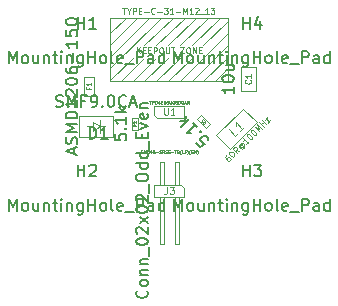
<source format=gbr>
G04 #@! TF.GenerationSoftware,KiCad,Pcbnew,(6.0.4)*
G04 #@! TF.CreationDate,2022-05-20T19:37:54+02:00*
G04 #@! TF.ProjectId,Unified-Daughterboard-rounded,556e6966-6965-4642-9d44-617567687465,C3*
G04 #@! TF.SameCoordinates,Original*
G04 #@! TF.FileFunction,AssemblyDrawing,Top*
%FSLAX46Y46*%
G04 Gerber Fmt 4.6, Leading zero omitted, Abs format (unit mm)*
G04 Created by KiCad (PCBNEW (6.0.4)) date 2022-05-20 19:37:54*
%MOMM*%
%LPD*%
G01*
G04 APERTURE LIST*
%ADD10C,0.150000*%
%ADD11C,0.063500*%
%ADD12C,0.100000*%
%ADD13C,0.080000*%
%ADD14C,0.060000*%
%ADD15C,0.125000*%
%ADD16C,0.040000*%
%ADD17C,0.090000*%
%ADD18C,0.050800*%
%ADD19C,0.120000*%
%ADD20C,0.050000*%
G04 APERTURE END LIST*
D10*
X61433071Y-74395380D02*
X61433071Y-73395380D01*
X61766404Y-74109666D01*
X62099738Y-73395380D01*
X62099738Y-74395380D01*
X62718785Y-74395380D02*
X62623547Y-74347761D01*
X62575928Y-74300142D01*
X62528309Y-74204904D01*
X62528309Y-73919190D01*
X62575928Y-73823952D01*
X62623547Y-73776333D01*
X62718785Y-73728714D01*
X62861642Y-73728714D01*
X62956880Y-73776333D01*
X63004499Y-73823952D01*
X63052119Y-73919190D01*
X63052119Y-74204904D01*
X63004499Y-74300142D01*
X62956880Y-74347761D01*
X62861642Y-74395380D01*
X62718785Y-74395380D01*
X63909261Y-73728714D02*
X63909261Y-74395380D01*
X63480690Y-73728714D02*
X63480690Y-74252523D01*
X63528309Y-74347761D01*
X63623547Y-74395380D01*
X63766404Y-74395380D01*
X63861642Y-74347761D01*
X63909261Y-74300142D01*
X64385452Y-73728714D02*
X64385452Y-74395380D01*
X64385452Y-73823952D02*
X64433071Y-73776333D01*
X64528309Y-73728714D01*
X64671166Y-73728714D01*
X64766404Y-73776333D01*
X64814023Y-73871571D01*
X64814023Y-74395380D01*
X65147357Y-73728714D02*
X65528309Y-73728714D01*
X65290214Y-73395380D02*
X65290214Y-74252523D01*
X65337833Y-74347761D01*
X65433071Y-74395380D01*
X65528309Y-74395380D01*
X65861642Y-74395380D02*
X65861642Y-73728714D01*
X65861642Y-73395380D02*
X65814023Y-73443000D01*
X65861642Y-73490619D01*
X65909261Y-73443000D01*
X65861642Y-73395380D01*
X65861642Y-73490619D01*
X66337833Y-73728714D02*
X66337833Y-74395380D01*
X66337833Y-73823952D02*
X66385452Y-73776333D01*
X66480690Y-73728714D01*
X66623547Y-73728714D01*
X66718785Y-73776333D01*
X66766404Y-73871571D01*
X66766404Y-74395380D01*
X67671166Y-73728714D02*
X67671166Y-74538238D01*
X67623547Y-74633476D01*
X67575928Y-74681095D01*
X67480690Y-74728714D01*
X67337833Y-74728714D01*
X67242595Y-74681095D01*
X67671166Y-74347761D02*
X67575928Y-74395380D01*
X67385452Y-74395380D01*
X67290214Y-74347761D01*
X67242595Y-74300142D01*
X67194976Y-74204904D01*
X67194976Y-73919190D01*
X67242595Y-73823952D01*
X67290214Y-73776333D01*
X67385452Y-73728714D01*
X67575928Y-73728714D01*
X67671166Y-73776333D01*
X68147357Y-74395380D02*
X68147357Y-73395380D01*
X68147357Y-73871571D02*
X68718785Y-73871571D01*
X68718785Y-74395380D02*
X68718785Y-73395380D01*
X69337833Y-74395380D02*
X69242595Y-74347761D01*
X69194976Y-74300142D01*
X69147357Y-74204904D01*
X69147357Y-73919190D01*
X69194976Y-73823952D01*
X69242595Y-73776333D01*
X69337833Y-73728714D01*
X69480690Y-73728714D01*
X69575928Y-73776333D01*
X69623547Y-73823952D01*
X69671166Y-73919190D01*
X69671166Y-74204904D01*
X69623547Y-74300142D01*
X69575928Y-74347761D01*
X69480690Y-74395380D01*
X69337833Y-74395380D01*
X70242595Y-74395380D02*
X70147357Y-74347761D01*
X70099738Y-74252523D01*
X70099738Y-73395380D01*
X71004500Y-74347761D02*
X70909261Y-74395380D01*
X70718785Y-74395380D01*
X70623547Y-74347761D01*
X70575928Y-74252523D01*
X70575928Y-73871571D01*
X70623547Y-73776333D01*
X70718785Y-73728714D01*
X70909261Y-73728714D01*
X71004500Y-73776333D01*
X71052119Y-73871571D01*
X71052119Y-73966809D01*
X70575928Y-74062047D01*
X71242595Y-74490619D02*
X72004500Y-74490619D01*
X72242595Y-74395380D02*
X72242595Y-73395380D01*
X72623547Y-73395380D01*
X72718785Y-73443000D01*
X72766404Y-73490619D01*
X72814023Y-73585857D01*
X72814023Y-73728714D01*
X72766404Y-73823952D01*
X72718785Y-73871571D01*
X72623547Y-73919190D01*
X72242595Y-73919190D01*
X73671166Y-74395380D02*
X73671166Y-73871571D01*
X73623547Y-73776333D01*
X73528309Y-73728714D01*
X73337833Y-73728714D01*
X73242595Y-73776333D01*
X73671166Y-74347761D02*
X73575928Y-74395380D01*
X73337833Y-74395380D01*
X73242595Y-74347761D01*
X73194976Y-74252523D01*
X73194976Y-74157285D01*
X73242595Y-74062047D01*
X73337833Y-74014428D01*
X73575928Y-74014428D01*
X73671166Y-73966809D01*
X74575928Y-74395380D02*
X74575928Y-73395380D01*
X74575928Y-74347761D02*
X74480690Y-74395380D01*
X74290214Y-74395380D01*
X74194976Y-74347761D01*
X74147357Y-74300142D01*
X74099738Y-74204904D01*
X74099738Y-73919190D01*
X74147357Y-73823952D01*
X74194976Y-73776333D01*
X74290214Y-73728714D01*
X74480690Y-73728714D01*
X74575928Y-73776333D01*
X67242595Y-71495380D02*
X67242595Y-70495380D01*
X67242595Y-70971571D02*
X67814023Y-70971571D01*
X67814023Y-71495380D02*
X67814023Y-70495380D01*
X68242595Y-70590619D02*
X68290214Y-70543000D01*
X68385452Y-70495380D01*
X68623547Y-70495380D01*
X68718785Y-70543000D01*
X68766404Y-70590619D01*
X68814023Y-70685857D01*
X68814023Y-70781095D01*
X68766404Y-70923952D01*
X68194976Y-71495380D01*
X68814023Y-71495380D01*
D11*
X73327309Y-65084904D02*
X73472452Y-65084904D01*
X73399880Y-65338904D02*
X73399880Y-65084904D01*
X73557119Y-65338904D02*
X73557119Y-65084904D01*
X73653880Y-65084904D01*
X73678071Y-65097000D01*
X73690166Y-65109095D01*
X73702261Y-65133285D01*
X73702261Y-65169571D01*
X73690166Y-65193761D01*
X73678071Y-65205857D01*
X73653880Y-65217952D01*
X73557119Y-65217952D01*
X73811119Y-65338904D02*
X73811119Y-65084904D01*
X73871595Y-65084904D01*
X73907880Y-65097000D01*
X73932071Y-65121190D01*
X73944166Y-65145380D01*
X73956261Y-65193761D01*
X73956261Y-65230047D01*
X73944166Y-65278428D01*
X73932071Y-65302619D01*
X73907880Y-65326809D01*
X73871595Y-65338904D01*
X73811119Y-65338904D01*
X74173976Y-65169571D02*
X74173976Y-65338904D01*
X74113500Y-65072809D02*
X74053023Y-65254238D01*
X74210261Y-65254238D01*
X74307023Y-65205857D02*
X74391690Y-65205857D01*
X74427976Y-65338904D02*
X74307023Y-65338904D01*
X74307023Y-65084904D01*
X74427976Y-65084904D01*
X74585214Y-65084904D02*
X74609404Y-65084904D01*
X74633595Y-65097000D01*
X74645690Y-65109095D01*
X74657785Y-65133285D01*
X74669880Y-65181666D01*
X74669880Y-65242142D01*
X74657785Y-65290523D01*
X74645690Y-65314714D01*
X74633595Y-65326809D01*
X74609404Y-65338904D01*
X74585214Y-65338904D01*
X74561023Y-65326809D01*
X74548928Y-65314714D01*
X74536833Y-65290523D01*
X74524738Y-65242142D01*
X74524738Y-65181666D01*
X74536833Y-65133285D01*
X74548928Y-65109095D01*
X74561023Y-65097000D01*
X74585214Y-65084904D01*
X74899690Y-65084904D02*
X74778738Y-65084904D01*
X74766642Y-65205857D01*
X74778738Y-65193761D01*
X74802928Y-65181666D01*
X74863404Y-65181666D01*
X74887595Y-65193761D01*
X74899690Y-65205857D01*
X74911785Y-65230047D01*
X74911785Y-65290523D01*
X74899690Y-65314714D01*
X74887595Y-65326809D01*
X74863404Y-65338904D01*
X74802928Y-65338904D01*
X74778738Y-65326809D01*
X74766642Y-65314714D01*
X75020642Y-65084904D02*
X75020642Y-65290523D01*
X75032738Y-65314714D01*
X75044833Y-65326809D01*
X75069023Y-65338904D01*
X75117404Y-65338904D01*
X75141595Y-65326809D01*
X75153690Y-65314714D01*
X75165785Y-65290523D01*
X75165785Y-65084904D01*
X75335119Y-65084904D02*
X75359309Y-65084904D01*
X75383500Y-65097000D01*
X75395595Y-65109095D01*
X75407690Y-65133285D01*
X75419785Y-65181666D01*
X75419785Y-65242142D01*
X75407690Y-65290523D01*
X75395595Y-65314714D01*
X75383500Y-65326809D01*
X75359309Y-65338904D01*
X75335119Y-65338904D01*
X75310928Y-65326809D01*
X75298833Y-65314714D01*
X75286738Y-65290523D01*
X75274642Y-65242142D01*
X75274642Y-65181666D01*
X75286738Y-65133285D01*
X75298833Y-65109095D01*
X75310928Y-65097000D01*
X75335119Y-65084904D01*
X75637500Y-65084904D02*
X75589119Y-65084904D01*
X75564928Y-65097000D01*
X75552833Y-65109095D01*
X75528642Y-65145380D01*
X75516547Y-65193761D01*
X75516547Y-65290523D01*
X75528642Y-65314714D01*
X75540738Y-65326809D01*
X75564928Y-65338904D01*
X75613309Y-65338904D01*
X75637500Y-65326809D01*
X75649595Y-65314714D01*
X75661690Y-65290523D01*
X75661690Y-65230047D01*
X75649595Y-65205857D01*
X75637500Y-65193761D01*
X75613309Y-65181666D01*
X75564928Y-65181666D01*
X75540738Y-65193761D01*
X75528642Y-65205857D01*
X75516547Y-65230047D01*
X75770547Y-65338904D02*
X75770547Y-65084904D01*
X75831023Y-65084904D01*
X75867309Y-65097000D01*
X75891500Y-65121190D01*
X75903595Y-65145380D01*
X75915690Y-65193761D01*
X75915690Y-65230047D01*
X75903595Y-65278428D01*
X75891500Y-65302619D01*
X75867309Y-65326809D01*
X75831023Y-65338904D01*
X75770547Y-65338904D01*
X76193880Y-65363095D02*
X76169690Y-65351000D01*
X76145500Y-65326809D01*
X76109214Y-65290523D01*
X76085023Y-65278428D01*
X76060833Y-65278428D01*
X76072928Y-65338904D02*
X76048738Y-65326809D01*
X76024547Y-65302619D01*
X76012452Y-65254238D01*
X76012452Y-65169571D01*
X76024547Y-65121190D01*
X76048738Y-65097000D01*
X76072928Y-65084904D01*
X76121309Y-65084904D01*
X76145500Y-65097000D01*
X76169690Y-65121190D01*
X76181785Y-65169571D01*
X76181785Y-65254238D01*
X76169690Y-65302619D01*
X76145500Y-65326809D01*
X76121309Y-65338904D01*
X76072928Y-65338904D01*
X76278547Y-65266333D02*
X76399500Y-65266333D01*
X76254357Y-65338904D02*
X76339023Y-65084904D01*
X76423690Y-65338904D01*
X76653500Y-65338904D02*
X76568833Y-65217952D01*
X76508357Y-65338904D02*
X76508357Y-65084904D01*
X76605119Y-65084904D01*
X76629309Y-65097000D01*
X76641404Y-65109095D01*
X76653500Y-65133285D01*
X76653500Y-65169571D01*
X76641404Y-65193761D01*
X76629309Y-65205857D01*
X76605119Y-65217952D01*
X76508357Y-65217952D01*
D12*
X74583452Y-65725209D02*
X74583452Y-66170447D01*
X74609642Y-66222828D01*
X74635833Y-66249019D01*
X74688214Y-66275209D01*
X74792976Y-66275209D01*
X74845357Y-66249019D01*
X74871547Y-66222828D01*
X74897738Y-66170447D01*
X74897738Y-65725209D01*
X75447738Y-66275209D02*
X75133452Y-66275209D01*
X75290595Y-66275209D02*
X75290595Y-65725209D01*
X75238214Y-65803780D01*
X75185833Y-65856161D01*
X75133452Y-65882352D01*
D10*
X75433071Y-74395380D02*
X75433071Y-73395380D01*
X75766404Y-74109666D01*
X76099738Y-73395380D01*
X76099738Y-74395380D01*
X76718785Y-74395380D02*
X76623547Y-74347761D01*
X76575928Y-74300142D01*
X76528309Y-74204904D01*
X76528309Y-73919190D01*
X76575928Y-73823952D01*
X76623547Y-73776333D01*
X76718785Y-73728714D01*
X76861642Y-73728714D01*
X76956880Y-73776333D01*
X77004500Y-73823952D01*
X77052119Y-73919190D01*
X77052119Y-74204904D01*
X77004500Y-74300142D01*
X76956880Y-74347761D01*
X76861642Y-74395380D01*
X76718785Y-74395380D01*
X77909261Y-73728714D02*
X77909261Y-74395380D01*
X77480690Y-73728714D02*
X77480690Y-74252523D01*
X77528309Y-74347761D01*
X77623547Y-74395380D01*
X77766404Y-74395380D01*
X77861642Y-74347761D01*
X77909261Y-74300142D01*
X78385452Y-73728714D02*
X78385452Y-74395380D01*
X78385452Y-73823952D02*
X78433071Y-73776333D01*
X78528309Y-73728714D01*
X78671166Y-73728714D01*
X78766404Y-73776333D01*
X78814023Y-73871571D01*
X78814023Y-74395380D01*
X79147357Y-73728714D02*
X79528309Y-73728714D01*
X79290214Y-73395380D02*
X79290214Y-74252523D01*
X79337833Y-74347761D01*
X79433071Y-74395380D01*
X79528309Y-74395380D01*
X79861642Y-74395380D02*
X79861642Y-73728714D01*
X79861642Y-73395380D02*
X79814023Y-73443000D01*
X79861642Y-73490619D01*
X79909261Y-73443000D01*
X79861642Y-73395380D01*
X79861642Y-73490619D01*
X80337833Y-73728714D02*
X80337833Y-74395380D01*
X80337833Y-73823952D02*
X80385452Y-73776333D01*
X80480690Y-73728714D01*
X80623547Y-73728714D01*
X80718785Y-73776333D01*
X80766404Y-73871571D01*
X80766404Y-74395380D01*
X81671166Y-73728714D02*
X81671166Y-74538238D01*
X81623547Y-74633476D01*
X81575928Y-74681095D01*
X81480690Y-74728714D01*
X81337833Y-74728714D01*
X81242595Y-74681095D01*
X81671166Y-74347761D02*
X81575928Y-74395380D01*
X81385452Y-74395380D01*
X81290214Y-74347761D01*
X81242595Y-74300142D01*
X81194976Y-74204904D01*
X81194976Y-73919190D01*
X81242595Y-73823952D01*
X81290214Y-73776333D01*
X81385452Y-73728714D01*
X81575928Y-73728714D01*
X81671166Y-73776333D01*
X82147357Y-74395380D02*
X82147357Y-73395380D01*
X82147357Y-73871571D02*
X82718785Y-73871571D01*
X82718785Y-74395380D02*
X82718785Y-73395380D01*
X83337833Y-74395380D02*
X83242595Y-74347761D01*
X83194976Y-74300142D01*
X83147357Y-74204904D01*
X83147357Y-73919190D01*
X83194976Y-73823952D01*
X83242595Y-73776333D01*
X83337833Y-73728714D01*
X83480690Y-73728714D01*
X83575928Y-73776333D01*
X83623547Y-73823952D01*
X83671166Y-73919190D01*
X83671166Y-74204904D01*
X83623547Y-74300142D01*
X83575928Y-74347761D01*
X83480690Y-74395380D01*
X83337833Y-74395380D01*
X84242595Y-74395380D02*
X84147357Y-74347761D01*
X84099738Y-74252523D01*
X84099738Y-73395380D01*
X85004500Y-74347761D02*
X84909261Y-74395380D01*
X84718785Y-74395380D01*
X84623547Y-74347761D01*
X84575928Y-74252523D01*
X84575928Y-73871571D01*
X84623547Y-73776333D01*
X84718785Y-73728714D01*
X84909261Y-73728714D01*
X85004500Y-73776333D01*
X85052119Y-73871571D01*
X85052119Y-73966809D01*
X84575928Y-74062047D01*
X85242595Y-74490619D02*
X86004500Y-74490619D01*
X86242595Y-74395380D02*
X86242595Y-73395380D01*
X86623547Y-73395380D01*
X86718785Y-73443000D01*
X86766404Y-73490619D01*
X86814023Y-73585857D01*
X86814023Y-73728714D01*
X86766404Y-73823952D01*
X86718785Y-73871571D01*
X86623547Y-73919190D01*
X86242595Y-73919190D01*
X87671166Y-74395380D02*
X87671166Y-73871571D01*
X87623547Y-73776333D01*
X87528309Y-73728714D01*
X87337833Y-73728714D01*
X87242595Y-73776333D01*
X87671166Y-74347761D02*
X87575928Y-74395380D01*
X87337833Y-74395380D01*
X87242595Y-74347761D01*
X87194976Y-74252523D01*
X87194976Y-74157285D01*
X87242595Y-74062047D01*
X87337833Y-74014428D01*
X87575928Y-74014428D01*
X87671166Y-73966809D01*
X88575928Y-74395380D02*
X88575928Y-73395380D01*
X88575928Y-74347761D02*
X88480690Y-74395380D01*
X88290214Y-74395380D01*
X88194976Y-74347761D01*
X88147357Y-74300142D01*
X88099738Y-74204904D01*
X88099738Y-73919190D01*
X88147357Y-73823952D01*
X88194976Y-73776333D01*
X88290214Y-73728714D01*
X88480690Y-73728714D01*
X88575928Y-73776333D01*
X81242595Y-71495380D02*
X81242595Y-70495380D01*
X81242595Y-70971571D02*
X81814023Y-70971571D01*
X81814023Y-71495380D02*
X81814023Y-70495380D01*
X82194976Y-70495380D02*
X82814023Y-70495380D01*
X82480690Y-70876333D01*
X82623547Y-70876333D01*
X82718785Y-70923952D01*
X82766404Y-70971571D01*
X82814023Y-71066809D01*
X82814023Y-71304904D01*
X82766404Y-71400142D01*
X82718785Y-71447761D01*
X82623547Y-71495380D01*
X82337833Y-71495380D01*
X82242595Y-71447761D01*
X82194976Y-71400142D01*
X80474880Y-63885857D02*
X80474880Y-64457285D01*
X80474880Y-64171571D02*
X79474880Y-64171571D01*
X79617738Y-64266809D01*
X79712976Y-64362047D01*
X79760595Y-64457285D01*
X79474880Y-63266809D02*
X79474880Y-63171571D01*
X79522500Y-63076333D01*
X79570119Y-63028714D01*
X79665357Y-62981095D01*
X79855833Y-62933476D01*
X80093928Y-62933476D01*
X80284404Y-62981095D01*
X80379642Y-63028714D01*
X80427261Y-63076333D01*
X80474880Y-63171571D01*
X80474880Y-63266809D01*
X80427261Y-63362047D01*
X80379642Y-63409666D01*
X80284404Y-63457285D01*
X80093928Y-63504904D01*
X79855833Y-63504904D01*
X79665357Y-63457285D01*
X79570119Y-63409666D01*
X79522500Y-63362047D01*
X79474880Y-63266809D01*
X79808214Y-62076333D02*
X80474880Y-62076333D01*
X79808214Y-62504904D02*
X80332023Y-62504904D01*
X80427261Y-62457285D01*
X80474880Y-62362047D01*
X80474880Y-62219190D01*
X80427261Y-62123952D01*
X80379642Y-62076333D01*
D13*
X81881071Y-63326333D02*
X81904880Y-63350142D01*
X81928690Y-63421571D01*
X81928690Y-63469190D01*
X81904880Y-63540619D01*
X81857261Y-63588238D01*
X81809642Y-63612047D01*
X81714404Y-63635857D01*
X81642976Y-63635857D01*
X81547738Y-63612047D01*
X81500119Y-63588238D01*
X81452500Y-63540619D01*
X81428690Y-63469190D01*
X81428690Y-63421571D01*
X81452500Y-63350142D01*
X81476309Y-63326333D01*
X81928690Y-62850142D02*
X81928690Y-63135857D01*
X81928690Y-62993000D02*
X81428690Y-62993000D01*
X81500119Y-63040619D01*
X81547738Y-63088238D01*
X81571547Y-63135857D01*
D10*
X61433071Y-61895380D02*
X61433071Y-60895380D01*
X61766404Y-61609666D01*
X62099738Y-60895380D01*
X62099738Y-61895380D01*
X62718785Y-61895380D02*
X62623547Y-61847761D01*
X62575928Y-61800142D01*
X62528309Y-61704904D01*
X62528309Y-61419190D01*
X62575928Y-61323952D01*
X62623547Y-61276333D01*
X62718785Y-61228714D01*
X62861642Y-61228714D01*
X62956880Y-61276333D01*
X63004499Y-61323952D01*
X63052119Y-61419190D01*
X63052119Y-61704904D01*
X63004499Y-61800142D01*
X62956880Y-61847761D01*
X62861642Y-61895380D01*
X62718785Y-61895380D01*
X63909261Y-61228714D02*
X63909261Y-61895380D01*
X63480690Y-61228714D02*
X63480690Y-61752523D01*
X63528309Y-61847761D01*
X63623547Y-61895380D01*
X63766404Y-61895380D01*
X63861642Y-61847761D01*
X63909261Y-61800142D01*
X64385452Y-61228714D02*
X64385452Y-61895380D01*
X64385452Y-61323952D02*
X64433071Y-61276333D01*
X64528309Y-61228714D01*
X64671166Y-61228714D01*
X64766404Y-61276333D01*
X64814023Y-61371571D01*
X64814023Y-61895380D01*
X65147357Y-61228714D02*
X65528309Y-61228714D01*
X65290214Y-60895380D02*
X65290214Y-61752523D01*
X65337833Y-61847761D01*
X65433071Y-61895380D01*
X65528309Y-61895380D01*
X65861642Y-61895380D02*
X65861642Y-61228714D01*
X65861642Y-60895380D02*
X65814023Y-60943000D01*
X65861642Y-60990619D01*
X65909261Y-60943000D01*
X65861642Y-60895380D01*
X65861642Y-60990619D01*
X66337833Y-61228714D02*
X66337833Y-61895380D01*
X66337833Y-61323952D02*
X66385452Y-61276333D01*
X66480690Y-61228714D01*
X66623547Y-61228714D01*
X66718785Y-61276333D01*
X66766404Y-61371571D01*
X66766404Y-61895380D01*
X67671166Y-61228714D02*
X67671166Y-62038238D01*
X67623547Y-62133476D01*
X67575928Y-62181095D01*
X67480690Y-62228714D01*
X67337833Y-62228714D01*
X67242595Y-62181095D01*
X67671166Y-61847761D02*
X67575928Y-61895380D01*
X67385452Y-61895380D01*
X67290214Y-61847761D01*
X67242595Y-61800142D01*
X67194976Y-61704904D01*
X67194976Y-61419190D01*
X67242595Y-61323952D01*
X67290214Y-61276333D01*
X67385452Y-61228714D01*
X67575928Y-61228714D01*
X67671166Y-61276333D01*
X68147357Y-61895380D02*
X68147357Y-60895380D01*
X68147357Y-61371571D02*
X68718785Y-61371571D01*
X68718785Y-61895380D02*
X68718785Y-60895380D01*
X69337833Y-61895380D02*
X69242595Y-61847761D01*
X69194976Y-61800142D01*
X69147357Y-61704904D01*
X69147357Y-61419190D01*
X69194976Y-61323952D01*
X69242595Y-61276333D01*
X69337833Y-61228714D01*
X69480690Y-61228714D01*
X69575928Y-61276333D01*
X69623547Y-61323952D01*
X69671166Y-61419190D01*
X69671166Y-61704904D01*
X69623547Y-61800142D01*
X69575928Y-61847761D01*
X69480690Y-61895380D01*
X69337833Y-61895380D01*
X70242595Y-61895380D02*
X70147357Y-61847761D01*
X70099738Y-61752523D01*
X70099738Y-60895380D01*
X71004500Y-61847761D02*
X70909261Y-61895380D01*
X70718785Y-61895380D01*
X70623547Y-61847761D01*
X70575928Y-61752523D01*
X70575928Y-61371571D01*
X70623547Y-61276333D01*
X70718785Y-61228714D01*
X70909261Y-61228714D01*
X71004500Y-61276333D01*
X71052119Y-61371571D01*
X71052119Y-61466809D01*
X70575928Y-61562047D01*
X71242595Y-61990619D02*
X72004500Y-61990619D01*
X72242595Y-61895380D02*
X72242595Y-60895380D01*
X72623547Y-60895380D01*
X72718785Y-60943000D01*
X72766404Y-60990619D01*
X72814023Y-61085857D01*
X72814023Y-61228714D01*
X72766404Y-61323952D01*
X72718785Y-61371571D01*
X72623547Y-61419190D01*
X72242595Y-61419190D01*
X73671166Y-61895380D02*
X73671166Y-61371571D01*
X73623547Y-61276333D01*
X73528309Y-61228714D01*
X73337833Y-61228714D01*
X73242595Y-61276333D01*
X73671166Y-61847761D02*
X73575928Y-61895380D01*
X73337833Y-61895380D01*
X73242595Y-61847761D01*
X73194976Y-61752523D01*
X73194976Y-61657285D01*
X73242595Y-61562047D01*
X73337833Y-61514428D01*
X73575928Y-61514428D01*
X73671166Y-61466809D01*
X74575928Y-61895380D02*
X74575928Y-60895380D01*
X74575928Y-61847761D02*
X74480690Y-61895380D01*
X74290214Y-61895380D01*
X74194976Y-61847761D01*
X74147357Y-61800142D01*
X74099738Y-61704904D01*
X74099738Y-61419190D01*
X74147357Y-61323952D01*
X74194976Y-61276333D01*
X74290214Y-61228714D01*
X74480690Y-61228714D01*
X74575928Y-61276333D01*
X67242595Y-58995380D02*
X67242595Y-57995380D01*
X67242595Y-58471571D02*
X67814023Y-58471571D01*
X67814023Y-58995380D02*
X67814023Y-57995380D01*
X68814023Y-58995380D02*
X68242595Y-58995380D01*
X68528309Y-58995380D02*
X68528309Y-57995380D01*
X68433071Y-58138238D01*
X68337833Y-58233476D01*
X68242595Y-58281095D01*
X75433071Y-61895380D02*
X75433071Y-60895380D01*
X75766404Y-61609666D01*
X76099738Y-60895380D01*
X76099738Y-61895380D01*
X76718785Y-61895380D02*
X76623547Y-61847761D01*
X76575928Y-61800142D01*
X76528309Y-61704904D01*
X76528309Y-61419190D01*
X76575928Y-61323952D01*
X76623547Y-61276333D01*
X76718785Y-61228714D01*
X76861642Y-61228714D01*
X76956880Y-61276333D01*
X77004500Y-61323952D01*
X77052119Y-61419190D01*
X77052119Y-61704904D01*
X77004500Y-61800142D01*
X76956880Y-61847761D01*
X76861642Y-61895380D01*
X76718785Y-61895380D01*
X77909261Y-61228714D02*
X77909261Y-61895380D01*
X77480690Y-61228714D02*
X77480690Y-61752523D01*
X77528309Y-61847761D01*
X77623547Y-61895380D01*
X77766404Y-61895380D01*
X77861642Y-61847761D01*
X77909261Y-61800142D01*
X78385452Y-61228714D02*
X78385452Y-61895380D01*
X78385452Y-61323952D02*
X78433071Y-61276333D01*
X78528309Y-61228714D01*
X78671166Y-61228714D01*
X78766404Y-61276333D01*
X78814023Y-61371571D01*
X78814023Y-61895380D01*
X79147357Y-61228714D02*
X79528309Y-61228714D01*
X79290214Y-60895380D02*
X79290214Y-61752523D01*
X79337833Y-61847761D01*
X79433071Y-61895380D01*
X79528309Y-61895380D01*
X79861642Y-61895380D02*
X79861642Y-61228714D01*
X79861642Y-60895380D02*
X79814023Y-60943000D01*
X79861642Y-60990619D01*
X79909261Y-60943000D01*
X79861642Y-60895380D01*
X79861642Y-60990619D01*
X80337833Y-61228714D02*
X80337833Y-61895380D01*
X80337833Y-61323952D02*
X80385452Y-61276333D01*
X80480690Y-61228714D01*
X80623547Y-61228714D01*
X80718785Y-61276333D01*
X80766404Y-61371571D01*
X80766404Y-61895380D01*
X81671166Y-61228714D02*
X81671166Y-62038238D01*
X81623547Y-62133476D01*
X81575928Y-62181095D01*
X81480690Y-62228714D01*
X81337833Y-62228714D01*
X81242595Y-62181095D01*
X81671166Y-61847761D02*
X81575928Y-61895380D01*
X81385452Y-61895380D01*
X81290214Y-61847761D01*
X81242595Y-61800142D01*
X81194976Y-61704904D01*
X81194976Y-61419190D01*
X81242595Y-61323952D01*
X81290214Y-61276333D01*
X81385452Y-61228714D01*
X81575928Y-61228714D01*
X81671166Y-61276333D01*
X82147357Y-61895380D02*
X82147357Y-60895380D01*
X82147357Y-61371571D02*
X82718785Y-61371571D01*
X82718785Y-61895380D02*
X82718785Y-60895380D01*
X83337833Y-61895380D02*
X83242595Y-61847761D01*
X83194976Y-61800142D01*
X83147357Y-61704904D01*
X83147357Y-61419190D01*
X83194976Y-61323952D01*
X83242595Y-61276333D01*
X83337833Y-61228714D01*
X83480690Y-61228714D01*
X83575928Y-61276333D01*
X83623547Y-61323952D01*
X83671166Y-61419190D01*
X83671166Y-61704904D01*
X83623547Y-61800142D01*
X83575928Y-61847761D01*
X83480690Y-61895380D01*
X83337833Y-61895380D01*
X84242595Y-61895380D02*
X84147357Y-61847761D01*
X84099738Y-61752523D01*
X84099738Y-60895380D01*
X85004500Y-61847761D02*
X84909261Y-61895380D01*
X84718785Y-61895380D01*
X84623547Y-61847761D01*
X84575928Y-61752523D01*
X84575928Y-61371571D01*
X84623547Y-61276333D01*
X84718785Y-61228714D01*
X84909261Y-61228714D01*
X85004500Y-61276333D01*
X85052119Y-61371571D01*
X85052119Y-61466809D01*
X84575928Y-61562047D01*
X85242595Y-61990619D02*
X86004500Y-61990619D01*
X86242595Y-61895380D02*
X86242595Y-60895380D01*
X86623547Y-60895380D01*
X86718785Y-60943000D01*
X86766404Y-60990619D01*
X86814023Y-61085857D01*
X86814023Y-61228714D01*
X86766404Y-61323952D01*
X86718785Y-61371571D01*
X86623547Y-61419190D01*
X86242595Y-61419190D01*
X87671166Y-61895380D02*
X87671166Y-61371571D01*
X87623547Y-61276333D01*
X87528309Y-61228714D01*
X87337833Y-61228714D01*
X87242595Y-61276333D01*
X87671166Y-61847761D02*
X87575928Y-61895380D01*
X87337833Y-61895380D01*
X87242595Y-61847761D01*
X87194976Y-61752523D01*
X87194976Y-61657285D01*
X87242595Y-61562047D01*
X87337833Y-61514428D01*
X87575928Y-61514428D01*
X87671166Y-61466809D01*
X88575928Y-61895380D02*
X88575928Y-60895380D01*
X88575928Y-61847761D02*
X88480690Y-61895380D01*
X88290214Y-61895380D01*
X88194976Y-61847761D01*
X88147357Y-61800142D01*
X88099738Y-61704904D01*
X88099738Y-61419190D01*
X88147357Y-61323952D01*
X88194976Y-61276333D01*
X88290214Y-61228714D01*
X88480690Y-61228714D01*
X88575928Y-61276333D01*
X81242595Y-58995380D02*
X81242595Y-57995380D01*
X81242595Y-58471571D02*
X81814023Y-58471571D01*
X81814023Y-58995380D02*
X81814023Y-57995380D01*
X82718785Y-58328714D02*
X82718785Y-58995380D01*
X82480690Y-57947761D02*
X82242595Y-58662047D01*
X82861642Y-58662047D01*
X66939166Y-69581095D02*
X66939166Y-69104904D01*
X67224880Y-69676333D02*
X66224880Y-69343000D01*
X67224880Y-69009666D01*
X67177261Y-68723952D02*
X67224880Y-68581095D01*
X67224880Y-68343000D01*
X67177261Y-68247761D01*
X67129642Y-68200142D01*
X67034404Y-68152523D01*
X66939166Y-68152523D01*
X66843928Y-68200142D01*
X66796309Y-68247761D01*
X66748690Y-68343000D01*
X66701071Y-68533476D01*
X66653452Y-68628714D01*
X66605833Y-68676333D01*
X66510595Y-68723952D01*
X66415357Y-68723952D01*
X66320119Y-68676333D01*
X66272500Y-68628714D01*
X66224880Y-68533476D01*
X66224880Y-68295380D01*
X66272500Y-68152523D01*
X67224880Y-67723952D02*
X66224880Y-67723952D01*
X66939166Y-67390619D01*
X66224880Y-67057285D01*
X67224880Y-67057285D01*
X67224880Y-66581095D02*
X66224880Y-66581095D01*
X66224880Y-66343000D01*
X66272500Y-66200142D01*
X66367738Y-66104904D01*
X66462976Y-66057285D01*
X66653452Y-66009666D01*
X66796309Y-66009666D01*
X66986785Y-66057285D01*
X67082023Y-66104904D01*
X67177261Y-66200142D01*
X67224880Y-66343000D01*
X67224880Y-66581095D01*
X67224880Y-65057285D02*
X67224880Y-65628714D01*
X67224880Y-65343000D02*
X66224880Y-65343000D01*
X66367738Y-65438238D01*
X66462976Y-65533476D01*
X66510595Y-65628714D01*
X66320119Y-64676333D02*
X66272500Y-64628714D01*
X66224880Y-64533476D01*
X66224880Y-64295380D01*
X66272500Y-64200142D01*
X66320119Y-64152523D01*
X66415357Y-64104904D01*
X66510595Y-64104904D01*
X66653452Y-64152523D01*
X67224880Y-64723952D01*
X67224880Y-64104904D01*
X66224880Y-63485857D02*
X66224880Y-63390619D01*
X66272500Y-63295380D01*
X66320119Y-63247761D01*
X66415357Y-63200142D01*
X66605833Y-63152523D01*
X66843928Y-63152523D01*
X67034404Y-63200142D01*
X67129642Y-63247761D01*
X67177261Y-63295380D01*
X67224880Y-63390619D01*
X67224880Y-63485857D01*
X67177261Y-63581095D01*
X67129642Y-63628714D01*
X67034404Y-63676333D01*
X66843928Y-63723952D01*
X66605833Y-63723952D01*
X66415357Y-63676333D01*
X66320119Y-63628714D01*
X66272500Y-63581095D01*
X66224880Y-63485857D01*
X66224880Y-62295380D02*
X66224880Y-62485857D01*
X66272500Y-62581095D01*
X66320119Y-62628714D01*
X66462976Y-62723952D01*
X66653452Y-62771571D01*
X67034404Y-62771571D01*
X67129642Y-62723952D01*
X67177261Y-62676333D01*
X67224880Y-62581095D01*
X67224880Y-62390619D01*
X67177261Y-62295380D01*
X67129642Y-62247761D01*
X67034404Y-62200142D01*
X66796309Y-62200142D01*
X66701071Y-62247761D01*
X66653452Y-62295380D01*
X66605833Y-62390619D01*
X66605833Y-62581095D01*
X66653452Y-62676333D01*
X66701071Y-62723952D01*
X66796309Y-62771571D01*
X66843928Y-61771571D02*
X66843928Y-61009666D01*
X67224880Y-60009666D02*
X67224880Y-60581095D01*
X67224880Y-60295380D02*
X66224880Y-60295380D01*
X66367738Y-60390619D01*
X66462976Y-60485857D01*
X66510595Y-60581095D01*
X66224880Y-59104904D02*
X66224880Y-59581095D01*
X66701071Y-59628714D01*
X66653452Y-59581095D01*
X66605833Y-59485857D01*
X66605833Y-59247761D01*
X66653452Y-59152523D01*
X66701071Y-59104904D01*
X66796309Y-59057285D01*
X67034404Y-59057285D01*
X67129642Y-59104904D01*
X67177261Y-59152523D01*
X67224880Y-59247761D01*
X67224880Y-59485857D01*
X67177261Y-59581095D01*
X67129642Y-59628714D01*
X66224880Y-58438238D02*
X66224880Y-58343000D01*
X66272500Y-58247761D01*
X66320119Y-58200142D01*
X66415357Y-58152523D01*
X66605833Y-58104904D01*
X66843928Y-58104904D01*
X67034404Y-58152523D01*
X67129642Y-58200142D01*
X67177261Y-58247761D01*
X67224880Y-58343000D01*
X67224880Y-58438238D01*
X67177261Y-58533476D01*
X67129642Y-58581095D01*
X67034404Y-58628714D01*
X66843928Y-58676333D01*
X66605833Y-58676333D01*
X66415357Y-58628714D01*
X66320119Y-58581095D01*
X66272500Y-58533476D01*
X66224880Y-58438238D01*
D14*
X68173928Y-63976333D02*
X68173928Y-64109666D01*
X68383452Y-64109666D02*
X67983452Y-64109666D01*
X67983452Y-63919190D01*
X68383452Y-63557285D02*
X68383452Y-63785857D01*
X68383452Y-63671571D02*
X67983452Y-63671571D01*
X68040595Y-63709666D01*
X68078690Y-63747761D01*
X68097738Y-63785857D01*
D15*
X71035833Y-57219190D02*
X71321547Y-57219190D01*
X71178690Y-57719190D02*
X71178690Y-57219190D01*
X71583452Y-57481095D02*
X71583452Y-57719190D01*
X71416785Y-57219190D02*
X71583452Y-57481095D01*
X71750119Y-57219190D01*
X71916785Y-57719190D02*
X71916785Y-57219190D01*
X72107261Y-57219190D01*
X72154880Y-57243000D01*
X72178690Y-57266809D01*
X72202500Y-57314428D01*
X72202500Y-57385857D01*
X72178690Y-57433476D01*
X72154880Y-57457285D01*
X72107261Y-57481095D01*
X71916785Y-57481095D01*
X72416785Y-57457285D02*
X72583452Y-57457285D01*
X72654880Y-57719190D02*
X72416785Y-57719190D01*
X72416785Y-57219190D01*
X72654880Y-57219190D01*
X72869166Y-57528714D02*
X73250119Y-57528714D01*
X73773928Y-57671571D02*
X73750119Y-57695380D01*
X73678690Y-57719190D01*
X73631071Y-57719190D01*
X73559642Y-57695380D01*
X73512023Y-57647761D01*
X73488214Y-57600142D01*
X73464404Y-57504904D01*
X73464404Y-57433476D01*
X73488214Y-57338238D01*
X73512023Y-57290619D01*
X73559642Y-57243000D01*
X73631071Y-57219190D01*
X73678690Y-57219190D01*
X73750119Y-57243000D01*
X73773928Y-57266809D01*
X73988214Y-57528714D02*
X74369166Y-57528714D01*
X74559642Y-57219190D02*
X74869166Y-57219190D01*
X74702500Y-57409666D01*
X74773928Y-57409666D01*
X74821547Y-57433476D01*
X74845357Y-57457285D01*
X74869166Y-57504904D01*
X74869166Y-57623952D01*
X74845357Y-57671571D01*
X74821547Y-57695380D01*
X74773928Y-57719190D01*
X74631071Y-57719190D01*
X74583452Y-57695380D01*
X74559642Y-57671571D01*
X75345357Y-57719190D02*
X75059642Y-57719190D01*
X75202500Y-57719190D02*
X75202500Y-57219190D01*
X75154880Y-57290619D01*
X75107261Y-57338238D01*
X75059642Y-57362047D01*
X75559642Y-57528714D02*
X75940595Y-57528714D01*
X76178690Y-57719190D02*
X76178690Y-57219190D01*
X76345357Y-57576333D01*
X76512023Y-57219190D01*
X76512023Y-57719190D01*
X77012023Y-57719190D02*
X76726309Y-57719190D01*
X76869166Y-57719190D02*
X76869166Y-57219190D01*
X76821547Y-57290619D01*
X76773928Y-57338238D01*
X76726309Y-57362047D01*
X77202500Y-57266809D02*
X77226309Y-57243000D01*
X77273928Y-57219190D01*
X77392976Y-57219190D01*
X77440595Y-57243000D01*
X77464404Y-57266809D01*
X77488214Y-57314428D01*
X77488214Y-57362047D01*
X77464404Y-57433476D01*
X77178690Y-57719190D01*
X77488214Y-57719190D01*
X77583452Y-57766809D02*
X77964404Y-57766809D01*
X78345357Y-57719190D02*
X78059642Y-57719190D01*
X78202500Y-57719190D02*
X78202500Y-57219190D01*
X78154880Y-57290619D01*
X78107261Y-57338238D01*
X78059642Y-57362047D01*
X78512023Y-57219190D02*
X78821547Y-57219190D01*
X78654880Y-57409666D01*
X78726309Y-57409666D01*
X78773928Y-57433476D01*
X78797738Y-57457285D01*
X78821547Y-57504904D01*
X78821547Y-57623952D01*
X78797738Y-57671571D01*
X78773928Y-57695380D01*
X78726309Y-57719190D01*
X78583452Y-57719190D01*
X78535833Y-57695380D01*
X78512023Y-57671571D01*
X72276309Y-61069190D02*
X72276309Y-60569190D01*
X72562023Y-61069190D02*
X72347738Y-60783476D01*
X72562023Y-60569190D02*
X72276309Y-60854904D01*
X72776309Y-60807285D02*
X72942976Y-60807285D01*
X73014404Y-61069190D02*
X72776309Y-61069190D01*
X72776309Y-60569190D01*
X73014404Y-60569190D01*
X73228690Y-60807285D02*
X73395357Y-60807285D01*
X73466785Y-61069190D02*
X73228690Y-61069190D01*
X73228690Y-60569190D01*
X73466785Y-60569190D01*
X73681071Y-61069190D02*
X73681071Y-60569190D01*
X73871547Y-60569190D01*
X73919166Y-60593000D01*
X73942976Y-60616809D01*
X73966785Y-60664428D01*
X73966785Y-60735857D01*
X73942976Y-60783476D01*
X73919166Y-60807285D01*
X73871547Y-60831095D01*
X73681071Y-60831095D01*
X74276309Y-60569190D02*
X74371547Y-60569190D01*
X74419166Y-60593000D01*
X74466785Y-60640619D01*
X74490595Y-60735857D01*
X74490595Y-60902523D01*
X74466785Y-60997761D01*
X74419166Y-61045380D01*
X74371547Y-61069190D01*
X74276309Y-61069190D01*
X74228690Y-61045380D01*
X74181071Y-60997761D01*
X74157261Y-60902523D01*
X74157261Y-60735857D01*
X74181071Y-60640619D01*
X74228690Y-60593000D01*
X74276309Y-60569190D01*
X74704880Y-60569190D02*
X74704880Y-60973952D01*
X74728690Y-61021571D01*
X74752500Y-61045380D01*
X74800119Y-61069190D01*
X74895357Y-61069190D01*
X74942976Y-61045380D01*
X74966785Y-61021571D01*
X74990595Y-60973952D01*
X74990595Y-60569190D01*
X75157261Y-60569190D02*
X75442976Y-60569190D01*
X75300119Y-61069190D02*
X75300119Y-60569190D01*
X75942976Y-60569190D02*
X76276309Y-60569190D01*
X75942976Y-61069190D01*
X76276309Y-61069190D01*
X76562023Y-60569190D02*
X76657261Y-60569190D01*
X76704880Y-60593000D01*
X76752500Y-60640619D01*
X76776309Y-60735857D01*
X76776309Y-60902523D01*
X76752500Y-60997761D01*
X76704880Y-61045380D01*
X76657261Y-61069190D01*
X76562023Y-61069190D01*
X76514404Y-61045380D01*
X76466785Y-60997761D01*
X76442976Y-60902523D01*
X76442976Y-60735857D01*
X76466785Y-60640619D01*
X76514404Y-60593000D01*
X76562023Y-60569190D01*
X76990595Y-61069190D02*
X76990595Y-60569190D01*
X77276309Y-61069190D01*
X77276309Y-60569190D01*
X77514404Y-60807285D02*
X77681071Y-60807285D01*
X77752500Y-61069190D02*
X77514404Y-61069190D01*
X77514404Y-60569190D01*
X77752500Y-60569190D01*
D11*
X72583452Y-69517809D02*
X72619738Y-69529904D01*
X72680214Y-69529904D01*
X72704404Y-69517809D01*
X72716500Y-69505714D01*
X72728595Y-69481523D01*
X72728595Y-69457333D01*
X72716500Y-69433142D01*
X72704404Y-69421047D01*
X72680214Y-69408952D01*
X72631833Y-69396857D01*
X72607642Y-69384761D01*
X72595547Y-69372666D01*
X72583452Y-69348476D01*
X72583452Y-69324285D01*
X72595547Y-69300095D01*
X72607642Y-69288000D01*
X72631833Y-69275904D01*
X72692309Y-69275904D01*
X72728595Y-69288000D01*
X72837452Y-69529904D02*
X72837452Y-69275904D01*
X72922119Y-69457333D01*
X73006785Y-69275904D01*
X73006785Y-69529904D01*
X73176119Y-69275904D02*
X73200309Y-69275904D01*
X73224500Y-69288000D01*
X73236595Y-69300095D01*
X73248690Y-69324285D01*
X73260785Y-69372666D01*
X73260785Y-69433142D01*
X73248690Y-69481523D01*
X73236595Y-69505714D01*
X73224500Y-69517809D01*
X73200309Y-69529904D01*
X73176119Y-69529904D01*
X73151928Y-69517809D01*
X73139833Y-69505714D01*
X73127738Y-69481523D01*
X73115642Y-69433142D01*
X73115642Y-69372666D01*
X73127738Y-69324285D01*
X73139833Y-69300095D01*
X73151928Y-69288000D01*
X73176119Y-69275904D01*
X73478500Y-69360571D02*
X73478500Y-69529904D01*
X73418023Y-69263809D02*
X73357547Y-69445238D01*
X73514785Y-69445238D01*
X73696214Y-69396857D02*
X73732500Y-69408952D01*
X73744595Y-69421047D01*
X73756690Y-69445238D01*
X73756690Y-69481523D01*
X73744595Y-69505714D01*
X73732500Y-69517809D01*
X73708309Y-69529904D01*
X73611547Y-69529904D01*
X73611547Y-69275904D01*
X73696214Y-69275904D01*
X73720404Y-69288000D01*
X73732500Y-69300095D01*
X73744595Y-69324285D01*
X73744595Y-69348476D01*
X73732500Y-69372666D01*
X73720404Y-69384761D01*
X73696214Y-69396857D01*
X73611547Y-69396857D01*
X73865547Y-69433142D02*
X74059071Y-69433142D01*
X74167928Y-69517809D02*
X74204214Y-69529904D01*
X74264690Y-69529904D01*
X74288880Y-69517809D01*
X74300976Y-69505714D01*
X74313071Y-69481523D01*
X74313071Y-69457333D01*
X74300976Y-69433142D01*
X74288880Y-69421047D01*
X74264690Y-69408952D01*
X74216309Y-69396857D01*
X74192119Y-69384761D01*
X74180023Y-69372666D01*
X74167928Y-69348476D01*
X74167928Y-69324285D01*
X74180023Y-69300095D01*
X74192119Y-69288000D01*
X74216309Y-69275904D01*
X74276785Y-69275904D01*
X74313071Y-69288000D01*
X74567071Y-69529904D02*
X74482404Y-69408952D01*
X74421928Y-69529904D02*
X74421928Y-69275904D01*
X74518690Y-69275904D01*
X74542880Y-69288000D01*
X74554976Y-69300095D01*
X74567071Y-69324285D01*
X74567071Y-69360571D01*
X74554976Y-69384761D01*
X74542880Y-69396857D01*
X74518690Y-69408952D01*
X74421928Y-69408952D01*
X74663833Y-69517809D02*
X74700119Y-69529904D01*
X74760595Y-69529904D01*
X74784785Y-69517809D01*
X74796880Y-69505714D01*
X74808976Y-69481523D01*
X74808976Y-69457333D01*
X74796880Y-69433142D01*
X74784785Y-69421047D01*
X74760595Y-69408952D01*
X74712214Y-69396857D01*
X74688023Y-69384761D01*
X74675928Y-69372666D01*
X74663833Y-69348476D01*
X74663833Y-69324285D01*
X74675928Y-69300095D01*
X74688023Y-69288000D01*
X74712214Y-69275904D01*
X74772690Y-69275904D01*
X74808976Y-69288000D01*
X74905738Y-69517809D02*
X74942023Y-69529904D01*
X75002500Y-69529904D01*
X75026690Y-69517809D01*
X75038785Y-69505714D01*
X75050880Y-69481523D01*
X75050880Y-69457333D01*
X75038785Y-69433142D01*
X75026690Y-69421047D01*
X75002500Y-69408952D01*
X74954119Y-69396857D01*
X74929928Y-69384761D01*
X74917833Y-69372666D01*
X74905738Y-69348476D01*
X74905738Y-69324285D01*
X74917833Y-69300095D01*
X74929928Y-69288000D01*
X74954119Y-69275904D01*
X75014595Y-69275904D01*
X75050880Y-69288000D01*
X75159738Y-69433142D02*
X75353261Y-69433142D01*
X75437928Y-69275904D02*
X75583071Y-69275904D01*
X75510500Y-69529904D02*
X75510500Y-69275904D01*
X75752404Y-69396857D02*
X75788690Y-69408952D01*
X75800785Y-69421047D01*
X75812880Y-69445238D01*
X75812880Y-69481523D01*
X75800785Y-69505714D01*
X75788690Y-69517809D01*
X75764500Y-69529904D01*
X75667738Y-69529904D01*
X75667738Y-69275904D01*
X75752404Y-69275904D01*
X75776595Y-69288000D01*
X75788690Y-69300095D01*
X75800785Y-69324285D01*
X75800785Y-69348476D01*
X75788690Y-69372666D01*
X75776595Y-69384761D01*
X75752404Y-69396857D01*
X75667738Y-69396857D01*
X75994309Y-69626666D02*
X75982214Y-69614571D01*
X75958023Y-69578285D01*
X75945928Y-69554095D01*
X75933833Y-69517809D01*
X75921738Y-69457333D01*
X75921738Y-69408952D01*
X75933833Y-69348476D01*
X75945928Y-69312190D01*
X75958023Y-69288000D01*
X75982214Y-69251714D01*
X75994309Y-69239619D01*
X76212023Y-69529904D02*
X76091071Y-69529904D01*
X76091071Y-69275904D01*
X76381357Y-69396857D02*
X76296690Y-69396857D01*
X76296690Y-69529904D02*
X76296690Y-69275904D01*
X76417642Y-69275904D01*
X76490214Y-69626666D02*
X76502309Y-69614571D01*
X76526500Y-69578285D01*
X76538595Y-69554095D01*
X76550690Y-69517809D01*
X76562785Y-69457333D01*
X76562785Y-69408952D01*
X76550690Y-69348476D01*
X76538595Y-69312190D01*
X76526500Y-69288000D01*
X76502309Y-69251714D01*
X76490214Y-69239619D01*
X76756309Y-69626666D02*
X76744214Y-69614571D01*
X76720023Y-69578285D01*
X76707928Y-69554095D01*
X76695833Y-69517809D01*
X76683738Y-69457333D01*
X76683738Y-69408952D01*
X76695833Y-69348476D01*
X76707928Y-69312190D01*
X76720023Y-69288000D01*
X76744214Y-69251714D01*
X76756309Y-69239619D01*
X76840976Y-69517809D02*
X76877261Y-69529904D01*
X76937738Y-69529904D01*
X76961928Y-69517809D01*
X76974023Y-69505714D01*
X76986119Y-69481523D01*
X76986119Y-69457333D01*
X76974023Y-69433142D01*
X76961928Y-69421047D01*
X76937738Y-69408952D01*
X76889357Y-69396857D01*
X76865166Y-69384761D01*
X76853071Y-69372666D01*
X76840976Y-69348476D01*
X76840976Y-69324285D01*
X76853071Y-69300095D01*
X76865166Y-69288000D01*
X76889357Y-69275904D01*
X76949833Y-69275904D01*
X76986119Y-69288000D01*
X77094976Y-69529904D02*
X77094976Y-69275904D01*
X77240119Y-69529904D01*
X77240119Y-69275904D01*
X77336880Y-69626666D02*
X77348976Y-69614571D01*
X77373166Y-69578285D01*
X77385261Y-69554095D01*
X77397357Y-69517809D01*
X77409452Y-69457333D01*
X77409452Y-69408952D01*
X77397357Y-69348476D01*
X77385261Y-69312190D01*
X77373166Y-69288000D01*
X77348976Y-69251714D01*
X77336880Y-69239619D01*
D10*
X77310887Y-68680467D02*
X77647604Y-69017185D01*
X78017994Y-68714139D01*
X77950650Y-68714139D01*
X77849635Y-68680467D01*
X77681276Y-68512108D01*
X77647604Y-68411093D01*
X77647604Y-68343750D01*
X77681276Y-68242734D01*
X77849635Y-68074376D01*
X77950650Y-68040704D01*
X78017994Y-68040704D01*
X78119009Y-68074376D01*
X78287368Y-68242734D01*
X78321039Y-68343750D01*
X78321039Y-68411093D01*
X77613933Y-67703986D02*
X77613933Y-67636643D01*
X77681276Y-67636643D01*
X77681276Y-67703986D01*
X77613933Y-67703986D01*
X77681276Y-67636643D01*
X76974169Y-66929536D02*
X77378230Y-67333597D01*
X77176200Y-67131566D02*
X76469093Y-67838673D01*
X76637452Y-67805002D01*
X76772139Y-67805002D01*
X76873154Y-67838673D01*
X76671123Y-66626490D02*
X75964017Y-67333597D01*
X76334406Y-66828521D02*
X76401749Y-66357116D01*
X75930345Y-66828521D02*
X76469093Y-66828521D01*
D16*
X78016310Y-66790472D02*
X77990046Y-66939301D01*
X78121366Y-66895527D02*
X77937518Y-67079375D01*
X77867481Y-67009338D01*
X77858726Y-66983074D01*
X77858726Y-66965565D01*
X77867481Y-66939301D01*
X77893745Y-66913037D01*
X77920009Y-66904282D01*
X77937518Y-66904282D01*
X77963782Y-66913037D01*
X78033819Y-66983074D01*
X77841217Y-66615378D02*
X77946273Y-66720434D01*
X77893745Y-66667906D02*
X77709897Y-66851754D01*
X77753670Y-66843000D01*
X77788689Y-66843000D01*
X77814953Y-66851754D01*
D10*
X65397738Y-65547761D02*
X65540595Y-65595380D01*
X65778690Y-65595380D01*
X65873928Y-65547761D01*
X65921547Y-65500142D01*
X65969166Y-65404904D01*
X65969166Y-65309666D01*
X65921547Y-65214428D01*
X65873928Y-65166809D01*
X65778690Y-65119190D01*
X65588214Y-65071571D01*
X65492976Y-65023952D01*
X65445357Y-64976333D01*
X65397738Y-64881095D01*
X65397738Y-64785857D01*
X65445357Y-64690619D01*
X65492976Y-64643000D01*
X65588214Y-64595380D01*
X65826309Y-64595380D01*
X65969166Y-64643000D01*
X66397738Y-65595380D02*
X66397738Y-64595380D01*
X66731071Y-65309666D01*
X67064404Y-64595380D01*
X67064404Y-65595380D01*
X67873928Y-65071571D02*
X67540595Y-65071571D01*
X67540595Y-65595380D02*
X67540595Y-64595380D01*
X68016785Y-64595380D01*
X68445357Y-65595380D02*
X68635833Y-65595380D01*
X68731071Y-65547761D01*
X68778690Y-65500142D01*
X68873928Y-65357285D01*
X68921547Y-65166809D01*
X68921547Y-64785857D01*
X68873928Y-64690619D01*
X68826309Y-64643000D01*
X68731071Y-64595380D01*
X68540595Y-64595380D01*
X68445357Y-64643000D01*
X68397738Y-64690619D01*
X68350119Y-64785857D01*
X68350119Y-65023952D01*
X68397738Y-65119190D01*
X68445357Y-65166809D01*
X68540595Y-65214428D01*
X68731071Y-65214428D01*
X68826309Y-65166809D01*
X68873928Y-65119190D01*
X68921547Y-65023952D01*
X69350119Y-65500142D02*
X69397738Y-65547761D01*
X69350119Y-65595380D01*
X69302500Y-65547761D01*
X69350119Y-65500142D01*
X69350119Y-65595380D01*
X70016785Y-64595380D02*
X70112023Y-64595380D01*
X70207261Y-64643000D01*
X70254880Y-64690619D01*
X70302500Y-64785857D01*
X70350119Y-64976333D01*
X70350119Y-65214428D01*
X70302500Y-65404904D01*
X70254880Y-65500142D01*
X70207261Y-65547761D01*
X70112023Y-65595380D01*
X70016785Y-65595380D01*
X69921547Y-65547761D01*
X69873928Y-65500142D01*
X69826309Y-65404904D01*
X69778690Y-65214428D01*
X69778690Y-64976333D01*
X69826309Y-64785857D01*
X69873928Y-64690619D01*
X69921547Y-64643000D01*
X70016785Y-64595380D01*
X71350119Y-65500142D02*
X71302500Y-65547761D01*
X71159642Y-65595380D01*
X71064404Y-65595380D01*
X70921547Y-65547761D01*
X70826309Y-65452523D01*
X70778690Y-65357285D01*
X70731071Y-65166809D01*
X70731071Y-65023952D01*
X70778690Y-64833476D01*
X70826309Y-64738238D01*
X70921547Y-64643000D01*
X71064404Y-64595380D01*
X71159642Y-64595380D01*
X71302500Y-64643000D01*
X71350119Y-64690619D01*
X71731071Y-65309666D02*
X72207261Y-65309666D01*
X71635833Y-65595380D02*
X71969166Y-64595380D01*
X72302500Y-65595380D01*
X68264404Y-68295380D02*
X68264404Y-67295380D01*
X68502500Y-67295380D01*
X68645357Y-67343000D01*
X68740595Y-67438238D01*
X68788214Y-67533476D01*
X68835833Y-67723952D01*
X68835833Y-67866809D01*
X68788214Y-68057285D01*
X68740595Y-68152523D01*
X68645357Y-68247761D01*
X68502500Y-68295380D01*
X68264404Y-68295380D01*
X69788214Y-68295380D02*
X69216785Y-68295380D01*
X69502500Y-68295380D02*
X69502500Y-67295380D01*
X69407261Y-67438238D01*
X69312023Y-67533476D01*
X69216785Y-67581095D01*
X73104642Y-81148357D02*
X73152261Y-81195976D01*
X73199880Y-81338833D01*
X73199880Y-81434071D01*
X73152261Y-81576928D01*
X73057023Y-81672166D01*
X72961785Y-81719785D01*
X72771309Y-81767404D01*
X72628452Y-81767404D01*
X72437976Y-81719785D01*
X72342738Y-81672166D01*
X72247500Y-81576928D01*
X72199880Y-81434071D01*
X72199880Y-81338833D01*
X72247500Y-81195976D01*
X72295119Y-81148357D01*
X73199880Y-80576928D02*
X73152261Y-80672166D01*
X73104642Y-80719785D01*
X73009404Y-80767404D01*
X72723690Y-80767404D01*
X72628452Y-80719785D01*
X72580833Y-80672166D01*
X72533214Y-80576928D01*
X72533214Y-80434071D01*
X72580833Y-80338833D01*
X72628452Y-80291214D01*
X72723690Y-80243595D01*
X73009404Y-80243595D01*
X73104642Y-80291214D01*
X73152261Y-80338833D01*
X73199880Y-80434071D01*
X73199880Y-80576928D01*
X72533214Y-79815023D02*
X73199880Y-79815023D01*
X72628452Y-79815023D02*
X72580833Y-79767404D01*
X72533214Y-79672166D01*
X72533214Y-79529309D01*
X72580833Y-79434071D01*
X72676071Y-79386452D01*
X73199880Y-79386452D01*
X72533214Y-78910261D02*
X73199880Y-78910261D01*
X72628452Y-78910261D02*
X72580833Y-78862642D01*
X72533214Y-78767404D01*
X72533214Y-78624547D01*
X72580833Y-78529309D01*
X72676071Y-78481690D01*
X73199880Y-78481690D01*
X73295119Y-78243595D02*
X73295119Y-77481690D01*
X72199880Y-77053119D02*
X72199880Y-76957880D01*
X72247500Y-76862642D01*
X72295119Y-76815023D01*
X72390357Y-76767404D01*
X72580833Y-76719785D01*
X72818928Y-76719785D01*
X73009404Y-76767404D01*
X73104642Y-76815023D01*
X73152261Y-76862642D01*
X73199880Y-76957880D01*
X73199880Y-77053119D01*
X73152261Y-77148357D01*
X73104642Y-77195976D01*
X73009404Y-77243595D01*
X72818928Y-77291214D01*
X72580833Y-77291214D01*
X72390357Y-77243595D01*
X72295119Y-77195976D01*
X72247500Y-77148357D01*
X72199880Y-77053119D01*
X72295119Y-76338833D02*
X72247500Y-76291214D01*
X72199880Y-76195976D01*
X72199880Y-75957880D01*
X72247500Y-75862642D01*
X72295119Y-75815023D01*
X72390357Y-75767404D01*
X72485595Y-75767404D01*
X72628452Y-75815023D01*
X73199880Y-76386452D01*
X73199880Y-75767404D01*
X73199880Y-75434071D02*
X72533214Y-74910261D01*
X72533214Y-75434071D02*
X73199880Y-74910261D01*
X72199880Y-74338833D02*
X72199880Y-74243595D01*
X72247500Y-74148357D01*
X72295119Y-74100738D01*
X72390357Y-74053119D01*
X72580833Y-74005500D01*
X72818928Y-74005500D01*
X73009404Y-74053119D01*
X73104642Y-74100738D01*
X73152261Y-74148357D01*
X73199880Y-74243595D01*
X73199880Y-74338833D01*
X73152261Y-74434071D01*
X73104642Y-74481690D01*
X73009404Y-74529309D01*
X72818928Y-74576928D01*
X72580833Y-74576928D01*
X72390357Y-74529309D01*
X72295119Y-74481690D01*
X72247500Y-74434071D01*
X72199880Y-74338833D01*
X72295119Y-73624547D02*
X72247500Y-73576928D01*
X72199880Y-73481690D01*
X72199880Y-73243595D01*
X72247500Y-73148357D01*
X72295119Y-73100738D01*
X72390357Y-73053119D01*
X72485595Y-73053119D01*
X72628452Y-73100738D01*
X73199880Y-73672166D01*
X73199880Y-73053119D01*
X73295119Y-72862642D02*
X73295119Y-72100738D01*
X72199880Y-71672166D02*
X72199880Y-71481690D01*
X72247500Y-71386452D01*
X72342738Y-71291214D01*
X72533214Y-71243595D01*
X72866547Y-71243595D01*
X73057023Y-71291214D01*
X73152261Y-71386452D01*
X73199880Y-71481690D01*
X73199880Y-71672166D01*
X73152261Y-71767404D01*
X73057023Y-71862642D01*
X72866547Y-71910261D01*
X72533214Y-71910261D01*
X72342738Y-71862642D01*
X72247500Y-71767404D01*
X72199880Y-71672166D01*
X73199880Y-70386452D02*
X72199880Y-70386452D01*
X73152261Y-70386452D02*
X73199880Y-70481690D01*
X73199880Y-70672166D01*
X73152261Y-70767404D01*
X73104642Y-70815023D01*
X73009404Y-70862642D01*
X72723690Y-70862642D01*
X72628452Y-70815023D01*
X72580833Y-70767404D01*
X72533214Y-70672166D01*
X72533214Y-70481690D01*
X72580833Y-70386452D01*
X73199880Y-69481690D02*
X72199880Y-69481690D01*
X73152261Y-69481690D02*
X73199880Y-69576928D01*
X73199880Y-69767404D01*
X73152261Y-69862642D01*
X73104642Y-69910261D01*
X73009404Y-69957880D01*
X72723690Y-69957880D01*
X72628452Y-69910261D01*
X72580833Y-69862642D01*
X72533214Y-69767404D01*
X72533214Y-69576928D01*
X72580833Y-69481690D01*
X73295119Y-69243595D02*
X73295119Y-68481690D01*
X72676071Y-68243595D02*
X72676071Y-67910261D01*
X73199880Y-67767404D02*
X73199880Y-68243595D01*
X72199880Y-68243595D01*
X72199880Y-67767404D01*
X72533214Y-67434071D02*
X73199880Y-67195976D01*
X72533214Y-66957880D01*
X73152261Y-66195976D02*
X73199880Y-66291214D01*
X73199880Y-66481690D01*
X73152261Y-66576928D01*
X73057023Y-66624547D01*
X72676071Y-66624547D01*
X72580833Y-66576928D01*
X72533214Y-66481690D01*
X72533214Y-66291214D01*
X72580833Y-66195976D01*
X72676071Y-66148357D01*
X72771309Y-66148357D01*
X72866547Y-66624547D01*
X72533214Y-65719785D02*
X73199880Y-65719785D01*
X72628452Y-65719785D02*
X72580833Y-65672166D01*
X72533214Y-65576928D01*
X72533214Y-65434071D01*
X72580833Y-65338833D01*
X72676071Y-65291214D01*
X73199880Y-65291214D01*
D17*
X74817500Y-72379428D02*
X74817500Y-72808000D01*
X74788928Y-72893714D01*
X74731785Y-72950857D01*
X74646071Y-72979428D01*
X74588928Y-72979428D01*
X75046071Y-72379428D02*
X75417500Y-72379428D01*
X75217500Y-72608000D01*
X75303214Y-72608000D01*
X75360357Y-72636571D01*
X75388928Y-72665142D01*
X75417500Y-72722285D01*
X75417500Y-72865142D01*
X75388928Y-72922285D01*
X75360357Y-72950857D01*
X75303214Y-72979428D01*
X75131785Y-72979428D01*
X75074642Y-72950857D01*
X75046071Y-72922285D01*
D10*
X70384880Y-67923952D02*
X70384880Y-68400142D01*
X70861071Y-68447761D01*
X70813452Y-68400142D01*
X70765833Y-68304904D01*
X70765833Y-68066809D01*
X70813452Y-67971571D01*
X70861071Y-67923952D01*
X70956309Y-67876333D01*
X71194404Y-67876333D01*
X71289642Y-67923952D01*
X71337261Y-67971571D01*
X71384880Y-68066809D01*
X71384880Y-68304904D01*
X71337261Y-68400142D01*
X71289642Y-68447761D01*
X71289642Y-67447761D02*
X71337261Y-67400142D01*
X71384880Y-67447761D01*
X71337261Y-67495380D01*
X71289642Y-67447761D01*
X71384880Y-67447761D01*
X71384880Y-66447761D02*
X71384880Y-67019190D01*
X71384880Y-66733476D02*
X70384880Y-66733476D01*
X70527738Y-66828714D01*
X70622976Y-66923952D01*
X70670595Y-67019190D01*
X71384880Y-66019190D02*
X70384880Y-66019190D01*
X71003928Y-65923952D02*
X71384880Y-65638238D01*
X70718214Y-65638238D02*
X71099166Y-66019190D01*
D16*
X72220119Y-67086333D02*
X72096309Y-67173000D01*
X72220119Y-67234904D02*
X71960119Y-67234904D01*
X71960119Y-67135857D01*
X71972500Y-67111095D01*
X71984880Y-67098714D01*
X72009642Y-67086333D01*
X72046785Y-67086333D01*
X72071547Y-67098714D01*
X72083928Y-67111095D01*
X72096309Y-67135857D01*
X72096309Y-67234904D01*
X71984880Y-66987285D02*
X71972500Y-66974904D01*
X71960119Y-66950142D01*
X71960119Y-66888238D01*
X71972500Y-66863476D01*
X71984880Y-66851095D01*
X72009642Y-66838714D01*
X72034404Y-66838714D01*
X72071547Y-66851095D01*
X72220119Y-66999666D01*
X72220119Y-66838714D01*
D18*
X79849291Y-69698838D02*
X79780870Y-69767259D01*
X79763765Y-69818575D01*
X79763765Y-69852786D01*
X79780870Y-69938312D01*
X79832186Y-70023838D01*
X79969028Y-70160680D01*
X80020343Y-70177785D01*
X80054554Y-70177785D01*
X80105870Y-70160680D01*
X80174291Y-70092259D01*
X80191396Y-70040943D01*
X80191396Y-70006733D01*
X80174291Y-69955417D01*
X80088764Y-69869891D01*
X80037449Y-69852786D01*
X80003238Y-69852786D01*
X79951922Y-69869891D01*
X79883501Y-69938312D01*
X79866396Y-69989628D01*
X79866396Y-70023838D01*
X79883501Y-70075154D01*
X80105870Y-69442260D02*
X80140080Y-69408049D01*
X80191396Y-69390944D01*
X80225606Y-69390944D01*
X80276922Y-69408049D01*
X80362448Y-69459365D01*
X80447975Y-69544891D01*
X80499290Y-69630417D01*
X80516396Y-69681733D01*
X80516396Y-69715944D01*
X80499290Y-69767259D01*
X80465080Y-69801470D01*
X80413764Y-69818575D01*
X80379554Y-69818575D01*
X80328238Y-69801470D01*
X80242712Y-69750154D01*
X80157185Y-69664628D01*
X80105870Y-69579102D01*
X80088764Y-69527786D01*
X80088764Y-69493575D01*
X80105870Y-69442260D01*
X80944027Y-69322523D02*
X80653238Y-69271207D01*
X80738764Y-69527786D02*
X80379554Y-69168576D01*
X80516396Y-69031734D01*
X80567711Y-69014628D01*
X80601922Y-69014628D01*
X80653238Y-69031734D01*
X80704553Y-69083049D01*
X80721659Y-69134365D01*
X80721659Y-69168576D01*
X80704553Y-69219891D01*
X80567711Y-69356733D01*
X81149290Y-68775155D02*
X81115079Y-68775155D01*
X81063764Y-68792260D01*
X81029553Y-68826471D01*
X81012448Y-68877786D01*
X81012448Y-68911997D01*
X81029553Y-68963313D01*
X81063764Y-68997523D01*
X81115079Y-69014628D01*
X81149290Y-69014628D01*
X81200606Y-68997523D01*
X81234816Y-68963313D01*
X81251921Y-68911997D01*
X81251921Y-68877786D01*
X81115079Y-68740944D02*
X81251921Y-68877786D01*
X81286132Y-68877786D01*
X81303237Y-68860681D01*
X81320342Y-68809365D01*
X81303237Y-68758050D01*
X81217711Y-68672523D01*
X81132185Y-68655418D01*
X81046658Y-68672523D01*
X80961132Y-68723839D01*
X80909816Y-68809365D01*
X80892711Y-68894892D01*
X80909816Y-68980418D01*
X80961132Y-69065944D01*
X81046658Y-69117260D01*
X81132185Y-69134365D01*
X81217711Y-69117260D01*
X81303237Y-69065944D01*
X81354553Y-68980418D01*
X81371658Y-68894892D01*
X81747973Y-68518576D02*
X81542711Y-68723839D01*
X81645342Y-68621208D02*
X81286132Y-68261998D01*
X81303237Y-68347524D01*
X81303237Y-68415945D01*
X81286132Y-68467260D01*
X81611132Y-67936998D02*
X81645342Y-67902787D01*
X81696658Y-67885682D01*
X81730868Y-67885682D01*
X81782184Y-67902787D01*
X81867710Y-67954103D01*
X81953236Y-68039629D01*
X82004552Y-68125156D01*
X82021657Y-68176471D01*
X82021657Y-68210682D01*
X82004552Y-68261998D01*
X81970342Y-68296208D01*
X81919026Y-68313313D01*
X81884815Y-68313313D01*
X81833500Y-68296208D01*
X81747973Y-68244892D01*
X81662447Y-68159366D01*
X81611132Y-68073840D01*
X81594026Y-68022524D01*
X81594026Y-67988314D01*
X81611132Y-67936998D01*
X81953236Y-67594893D02*
X81987447Y-67560682D01*
X82038763Y-67543577D01*
X82072973Y-67543577D01*
X82124289Y-67560682D01*
X82209815Y-67611998D01*
X82295341Y-67697524D01*
X82346657Y-67783051D01*
X82363762Y-67834366D01*
X82363762Y-67868577D01*
X82346657Y-67919893D01*
X82312447Y-67954103D01*
X82261131Y-67971208D01*
X82226920Y-67971208D01*
X82175605Y-67954103D01*
X82090078Y-67902787D01*
X82004552Y-67817261D01*
X81953236Y-67731735D01*
X81936131Y-67680419D01*
X81936131Y-67646209D01*
X81953236Y-67594893D01*
X82586131Y-67680419D02*
X82226920Y-67321209D01*
X82603236Y-67458051D01*
X82466394Y-67081735D01*
X82825604Y-67440946D01*
X82996657Y-67269893D02*
X82637446Y-66910683D01*
X82808499Y-67081735D02*
X83013762Y-66876472D01*
X83201920Y-67064630D02*
X82842709Y-66705420D01*
X83099288Y-66688315D02*
X83287446Y-66500157D01*
X83338762Y-66927788D01*
X83526919Y-66739630D01*
D19*
X80864124Y-67793186D02*
X80594750Y-68062560D01*
X80029064Y-67496874D01*
X81348997Y-67308312D02*
X81025748Y-67631561D01*
X81187373Y-67469937D02*
X80621687Y-66904251D01*
X80648625Y-67038938D01*
X80648625Y-67146688D01*
X80621687Y-67227500D01*
D12*
X73752500Y-65526400D02*
X76252500Y-65526400D01*
X73752500Y-66276400D02*
X74002500Y-66526400D01*
X76252500Y-66526400D02*
X76252500Y-65526400D01*
X74002500Y-66526400D02*
X76252500Y-66526400D01*
X73752500Y-65526400D02*
X73752500Y-66276400D01*
X82327500Y-62243000D02*
X82327500Y-64243000D01*
X81077500Y-64243000D02*
X81077500Y-62243000D01*
X81077500Y-62243000D02*
X82327500Y-62243000D01*
X82327500Y-64243000D02*
X81077500Y-64243000D01*
X67802500Y-64643000D02*
X67802500Y-63043000D01*
X68602500Y-64643000D02*
X67802500Y-64643000D01*
X68602500Y-63043000D02*
X68602500Y-64643000D01*
X67802500Y-63043000D02*
X68602500Y-63043000D01*
D20*
X79302500Y-58043000D02*
X76902500Y-60343000D01*
X80002500Y-60343000D02*
X76902500Y-63443000D01*
X74302500Y-58043000D02*
X70002500Y-62343000D01*
X74902500Y-61443000D02*
X72902500Y-63443000D01*
X80002500Y-58343000D02*
X77902500Y-60343000D01*
D19*
X80002500Y-63443000D02*
X80002500Y-58043000D01*
D20*
X72902500Y-61443000D02*
X70902500Y-63443000D01*
X80002500Y-61343000D02*
X77902500Y-63443000D01*
X77302500Y-58043000D02*
X74902500Y-60343000D01*
D19*
X80002500Y-58043000D02*
X70002500Y-58043000D01*
D20*
X73302500Y-58043000D02*
X70002500Y-61343000D01*
X75902500Y-61443000D02*
X73902500Y-63443000D01*
X71902500Y-61443000D02*
X70002500Y-63343000D01*
X80002500Y-62343000D02*
X78902500Y-63443000D01*
X75302500Y-58043000D02*
X72902500Y-60343000D01*
X73902500Y-61443000D02*
X71902500Y-63443000D01*
D19*
X70002500Y-63443000D02*
X80002500Y-63443000D01*
D20*
X80002500Y-59343000D02*
X75902500Y-63443000D01*
X76302500Y-58043000D02*
X73902500Y-60343000D01*
D19*
X70002500Y-58043000D02*
X70002500Y-63443000D01*
D20*
X76902500Y-61443000D02*
X74902500Y-63443000D01*
X72302500Y-58043000D02*
X70002500Y-60343000D01*
X78302500Y-58043000D02*
X75902500Y-60343000D01*
X71302500Y-58043000D02*
X70002500Y-59343000D01*
D12*
X78464650Y-67023312D02*
X78082812Y-67405150D01*
X78082812Y-67405150D02*
X77340350Y-66662688D01*
X77722188Y-66280850D02*
X78464650Y-67023312D01*
X77340350Y-66662688D02*
X77722188Y-66280850D01*
X67402500Y-66343000D02*
X70202500Y-66343000D01*
X67402500Y-68143000D02*
X67402500Y-66343000D01*
X70202500Y-68143000D02*
X67402500Y-68143000D01*
X68552500Y-67643000D02*
X68552500Y-66843000D01*
X68552500Y-67243000D02*
X68052500Y-67243000D01*
X68552500Y-66843000D02*
X69152500Y-67243000D01*
X69152500Y-67243000D02*
X68552500Y-67643000D01*
X70202500Y-66343000D02*
X70202500Y-68143000D01*
X69152500Y-67243000D02*
X69152500Y-67793000D01*
X69552500Y-67243000D02*
X69152500Y-67243000D01*
X69152500Y-67243000D02*
X69152500Y-66693000D01*
X74182500Y-73208000D02*
X74182500Y-77208000D01*
X73747500Y-73208000D02*
X73747500Y-72208000D01*
X73747500Y-72208000D02*
X76037500Y-72208000D01*
X75852500Y-70238000D02*
X75852500Y-72208000D01*
X74582500Y-70238000D02*
X74182500Y-70238000D01*
X74582500Y-77208000D02*
X74182500Y-77208000D01*
X76037500Y-72208000D02*
X76287500Y-72458000D01*
X75452500Y-73208000D02*
X75452500Y-77208000D01*
X74582500Y-73208000D02*
X74582500Y-77208000D01*
X74182500Y-70238000D02*
X74182500Y-72208000D01*
X74582500Y-70238000D02*
X74582500Y-72208000D01*
X76287500Y-72458000D02*
X76287500Y-73208000D01*
X75852500Y-77208000D02*
X75452500Y-77208000D01*
X75852500Y-73208000D02*
X75852500Y-77208000D01*
X75452500Y-70238000D02*
X75452500Y-72208000D01*
X76287500Y-73208000D02*
X73747500Y-73208000D01*
X75852500Y-70238000D02*
X75452500Y-70238000D01*
X72372500Y-67568000D02*
X71832500Y-67568000D01*
X71832500Y-67568000D02*
X71832500Y-66518000D01*
X71832500Y-66518000D02*
X72372500Y-66518000D01*
X72372500Y-66518000D02*
X72372500Y-67568000D01*
X79005444Y-68008685D02*
X81268185Y-65745944D01*
X81268185Y-65745944D02*
X82399556Y-66877315D01*
X80136815Y-69140056D02*
X79005444Y-68008685D01*
X82399556Y-66877315D02*
X80136815Y-69140056D01*
M02*

</source>
